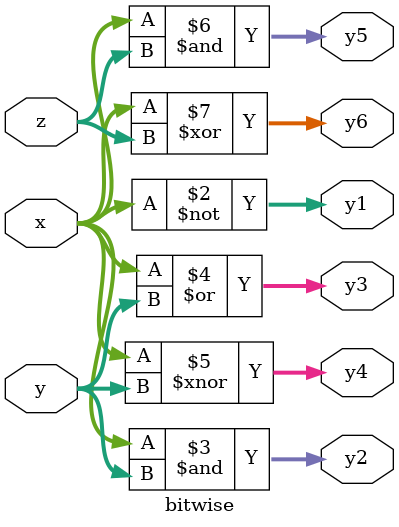
<source format=v>
module bitwise(
  input [3:0]x,y,z,
  output reg [3:0]y1,y2,y3,y4,y5,y6);
  always @(*) begin

 y1=~x;
 y2=x&y;
 y3=x|y;
 y4=x~^y;
 y5=x&z;
 y6=x^z;
 end
 endmodule

</source>
